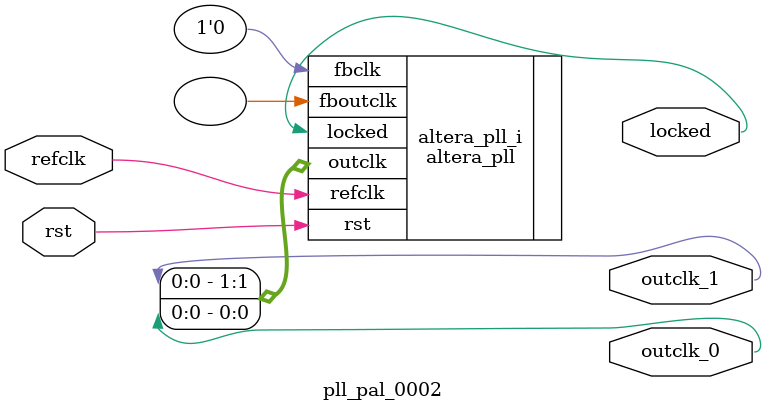
<source format=v>
`timescale 1ns/10ps
module  pll_pal_0002(

	// interface 'refclk'
	input wire refclk,

	// interface 'reset'
	input wire rst,

	// interface 'outclk0'
	output wire outclk_0,

	// interface 'outclk1'
	output wire outclk_1,

	// interface 'locked'
	output wire locked
);

	altera_pll #(
		.fractional_vco_multiplier("false"),
		.reference_clock_frequency("50.0 MHz"),
		.operation_mode("normal"),
		.number_of_clocks(2),
		.output_clock_frequency0("56.750000 MHz"),
		.phase_shift0("0 ps"),
		.duty_cycle0(50),
		.output_clock_frequency1("28.375000 MHz"),
		.phase_shift1("0 ps"),
		.duty_cycle1(50),
		.output_clock_frequency2("0 MHz"),
		.phase_shift2("0 ps"),
		.duty_cycle2(50),
		.output_clock_frequency3("0 MHz"),
		.phase_shift3("0 ps"),
		.duty_cycle3(50),
		.output_clock_frequency4("0 MHz"),
		.phase_shift4("0 ps"),
		.duty_cycle4(50),
		.output_clock_frequency5("0 MHz"),
		.phase_shift5("0 ps"),
		.duty_cycle5(50),
		.output_clock_frequency6("0 MHz"),
		.phase_shift6("0 ps"),
		.duty_cycle6(50),
		.output_clock_frequency7("0 MHz"),
		.phase_shift7("0 ps"),
		.duty_cycle7(50),
		.output_clock_frequency8("0 MHz"),
		.phase_shift8("0 ps"),
		.duty_cycle8(50),
		.output_clock_frequency9("0 MHz"),
		.phase_shift9("0 ps"),
		.duty_cycle9(50),
		.output_clock_frequency10("0 MHz"),
		.phase_shift10("0 ps"),
		.duty_cycle10(50),
		.output_clock_frequency11("0 MHz"),
		.phase_shift11("0 ps"),
		.duty_cycle11(50),
		.output_clock_frequency12("0 MHz"),
		.phase_shift12("0 ps"),
		.duty_cycle12(50),
		.output_clock_frequency13("0 MHz"),
		.phase_shift13("0 ps"),
		.duty_cycle13(50),
		.output_clock_frequency14("0 MHz"),
		.phase_shift14("0 ps"),
		.duty_cycle14(50),
		.output_clock_frequency15("0 MHz"),
		.phase_shift15("0 ps"),
		.duty_cycle15(50),
		.output_clock_frequency16("0 MHz"),
		.phase_shift16("0 ps"),
		.duty_cycle16(50),
		.output_clock_frequency17("0 MHz"),
		.phase_shift17("0 ps"),
		.duty_cycle17(50),
		.pll_type("General"),
		.pll_subtype("General")
	) altera_pll_i (
		.rst	(rst),
		.outclk	({outclk_1, outclk_0}),
		.locked	(locked),
		.fboutclk	( ),
		.fbclk	(1'b0),
		.refclk	(refclk)
	);
endmodule


</source>
